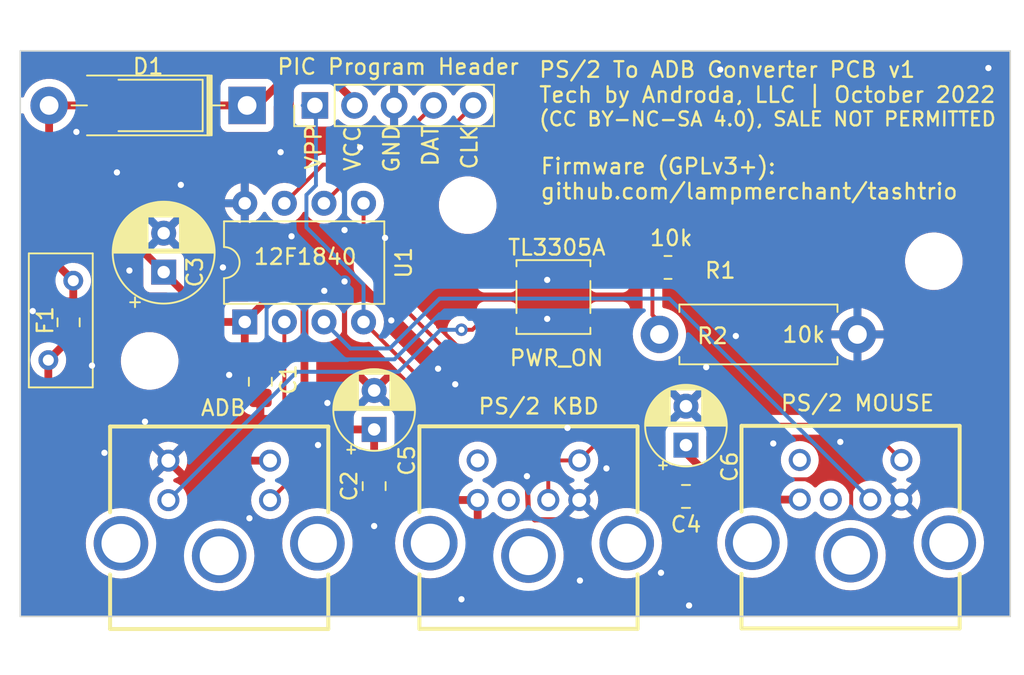
<source format=kicad_pcb>
(kicad_pcb (version 20220914) (generator pcbnew)
  (layers (0 "F.Cu" signal) (31 "B.Cu" signal) (34 "B.Paste" user) (35 "F.Paste" user) (36 "B.SilkS" user "B.Silkscreen") (37 "F.SilkS" user "F.Silkscreen") (38 "B.Mask" user) (39 "F.Mask" user) (44 "Edge.Cuts" user))
  (net 0 "")
  (net 1 "+5VA")
  (net 2 "GND")
  (net 3 "Net-(D1-A)")
  (net 4 "+5V")
  (net 5 "ICSPDAT")
  (net 6 "ICSPCLK")
  (net 7 "PS{slash}2_KBD")
  (net 9 "PS{slash}2_CLK")
  (net 11 "PS{slash}2_Mouse")
  (net 14 "ADB")
  (net 15 "Net-(J4-Pad1)")
  (net 18 "Net-(SW1-K)")
  (footprint "Resistor_THT:R_Axial_DIN0411_L9.9mm_D3.6mm_P12.70mm_Horizontal" (layer "F.Cu") (at 178.5 102)
    (fp_text reference "R2" (at 3.4 0.1) (layer "F.SilkS"))
    (fp_text value "10k")
    (pad "1" thru_hole circle (at 0 0) (size 2.4 2.4) (drill 1.2) (layers *.Cu *.Mask) (net 18 "Net-(SW1-K)"))
    (pad "2" thru_hole oval (at 12.7 0) (size 2.4 2.4) (drill 1.2) (layers *.Cu *.Mask) (net 2 "GND"))
  )
  (footprint "Capacitor_THT:CP_Radial_D6.3mm_P2.50mm" (layer "F.Cu") (at 146.7 98 90)
    (fp_text reference "C3" (at 0 2 90) (layer "F.SilkS"))
    (fp_text value "4.7uF")
    (pad "1" thru_hole rect (at 0 0 90) (size 1.6 1.6) (drill 0.8) (layers *.Cu *.Mask) (net 1 "+5VA"))
    (pad "2" thru_hole circle (at 2.5 0 90) (size 1.6 1.6) (drill 0.8) (layers *.Cu *.Mask) (net 2 "GND"))
  )
  (footprint "MountingHole:MountingHole_3.2mm_M3" (layer "F.Cu") (at 196.1 97.3)
    (fp_text reference "H2" hide)
    (fp_text value "MountingHole")
    (pad "" np_thru_hole circle (at 0 0) (size 3.2 3.2) (drill 3.2) (layers *.Cu *.Mask))
  )
  (footprint "Library:ADB_MDR4_MINI-DIN" (layer "F.Cu") (at 150.26 114.41)
    (fp_text reference "J4" hide)
    (fp_text value "DIN-4")
    (pad "1" thru_hole circle (at -3.26 -1.77) (size 1.41 1.41) (drill 0.9) (layers *.Cu *.Mask) (net 15 "Net-(J4-Pad1)"))
    (pad "2" thru_hole circle (at 3.26 -1.77) (size 1.41 1.41) (drill 0.9) (layers *.Cu *.Mask) (net 14 "ADB"))
    (pad "3" thru_hole circle (at -3.26 -4.31) (size 1.41 1.41) (drill 0.9) (layers *.Cu *.Mask) (net 2 "GND"))
    (pad "4" thru_hole circle (at 3.26 -4.31) (size 1.41 1.41) (drill 0.9) (layers *.Cu *.Mask) (net 4 "+5V"))
    (pad "9" thru_hole circle (at -6.3 1) (size 3.5 3.5) (drill 2.5) (layers *.Cu *.Mask))
    (pad "9" thru_hole circle (at 0 1.8) (size 3.5 3.5) (drill 2.5) (layers *.Cu *.Mask))
    (pad "9" thru_hole circle (at 6.3 1) (size 3.5 3.5) (drill 2.5) (layers *.Cu *.Mask))
  )
  (footprint "Fuse:Fuse_0805_2012Metric_Pad1.15x1.40mm_HandSolder" (layer "F.Cu") (at 140.6 101.225 -90)
    (fp_text reference "F1" (at -0.125 1.5 -270) (layer "F.SilkS"))
    (fp_text value "Fuse")
    (pad "1" smd roundrect (at -1.025 0 270) (size 1.15 1.4) (layers "F.Cu" "F.Paste" "F.Mask") (roundrect_rratio 0.2173913043) (net 3 "Net-(D1-A)"))
    (pad "2" smd roundrect (at 1.025 0 270) (size 1.15 1.4) (layers "F.Cu" "F.Paste" "F.Mask") (roundrect_rratio 0.2173913043) (net 4 "+5V"))
  )
  (footprint "Capacitor_THT:CP_Radial_D5.0mm_P2.50mm" (layer "F.Cu") (at 180.2 109.105113 90)
    (fp_text reference "C6" (at -1.394887 2.8 90) (layer "F.SilkS"))
    (fp_text value "4.7uF")
    (pad "1" thru_hole rect (at 0 0 90) (size 1.6 1.6) (drill 0.8) (layers *.Cu *.Mask) (net 1 "+5VA"))
    (pad "2" thru_hole circle (at 2.5 0 90) (size 1.6 1.6) (drill 0.8) (layers *.Cu *.Mask) (net 2 "GND"))
  )
  (footprint "Capacitor_SMD:C_0805_2012Metric_Pad1.18x1.45mm_HandSolder" (layer "F.Cu") (at 152.9 105.0375 -90)
    (fp_text reference "C1" (at -0.1375 -1.8 90) (layer "F.SilkS"))
    (fp_text value "100n")
    (pad "1" smd roundrect (at -1.0375 0 270) (size 1.175 1.45) (layers "F.Cu" "F.Paste" "F.Mask") (roundrect_rratio 0.2127659574) (net 1 "+5VA"))
    (pad "2" smd roundrect (at 1.0375 0 270) (size 1.175 1.45) (layers "F.Cu" "F.Paste" "F.Mask") (roundrect_rratio 0.2127659574) (net 2 "GND"))
  )
  (footprint "Library:PS2_MDR6_MINI-DIN" (layer "F.Cu") (at 190.76 114.37)
    (fp_text reference "J3" hide)
    (fp_text value "MOUSE")
    (pad "1" thru_hole circle (at 1.27 -1.77) (size 1.41 1.41) (drill 0.9) (layers *.Cu *.Mask) (net 11 "PS{slash}2_Mouse"))
    (pad "2" thru_hole circle (at -1.27 -1.77) (size 1.41 1.41) (drill 0.9) (layers *.Cu *.Mask))
    (pad "3" thru_hole circle (at 3.26 -1.77) (size 1.41 1.41) (drill 0.9) (layers *.Cu *.Mask) (net 2 "GND"))
    (pad "4" thru_hole circle (at -3.26 -1.77) (size 1.41 1.41) (drill 0.9) (layers *.Cu *.Mask) (net 1 "+5VA"))
    (pad "5" thru_hole circle (at 3.26 -4.31) (size 1.41 1.41) (drill 0.9) (layers *.Cu *.Mask) (net 9 "PS{slash}2_CLK"))
    (pad "6" thru_hole circle (at -3.26 -4.31) (size 1.41 1.41) (drill 0.9) (layers *.Cu *.Mask))
    (pad "9" thru_hole circle (at -6.3 1) (size 3.5 3.5) (drill 2.5) (layers *.Cu *.Mask))
    (pad "9" thru_hole circle (at 0 1.8) (size 3.5 3.5) (drill 2.5) (layers *.Cu *.Mask))
    (pad "9" thru_hole circle (at 6.3 1) (size 3.5 3.5) (drill 2.5) (layers *.Cu *.Mask))
  )
  (footprint "Library:SW_SPST_TL3305A" (layer "F.Cu") (at 171.7 99.6 180)
    (fp_text reference "SW1" hide)
    (fp_text value "SW_MEC_5E")
    (pad "1" smd rect (at 3.6 -1.5 180) (size 1.6 1.4) (layers "F.Cu" "F.Paste" "F.Mask") (net 15 "Net-(J4-Pad1)"))
    (pad "2" smd rect (at -3.6 -1.5 180) (size 1.6 1.4) (layers "F.Cu" "F.Paste" "F.Mask"))
    (pad "3" smd rect (at -3.6 1.5 180) (size 1.6 1.4) (layers "F.Cu" "F.Paste" "F.Mask") (net 18 "Net-(SW1-K)"))
    (pad "4" smd rect (at 3.6 1.5 180) (size 1.6 1.4) (layers "F.Cu" "F.Paste" "F.Mask"))
  )
  (footprint "Resistor_SMD:R_0805_2012Metric_Pad1.20x1.40mm_HandSolder" (layer "F.Cu") (at 179.05 97.7)
    (fp_text reference "R1" (at 3.35 0.2) (layer "F.SilkS"))
    (fp_text value "10k")
    (pad "1" smd roundrect (at -1 0) (size 1.2 1.4) (layers "F.Cu" "F.Paste" "F.Mask") (roundrect_rratio 0.2083333333) (net 18 "Net-(SW1-K)"))
    (pad "2" smd roundrect (at 1 0) (size 1.2 1.4) (layers "F.Cu" "F.Paste" "F.Mask") (roundrect_rratio 0.2083333333) (net 2 "GND"))
  )
  (footprint "Connector_PinHeader_2.54mm:PinHeader_1x05_P2.54mm_Vertical" (layer "F.Cu") (at 156.4 87.3 90)
    (fp_text reference "J5" hide)
    (fp_text value "Conn_01x05_Male")
    (pad "1" thru_hole rect (at 0 0 90) (size 1.7 1.7) (drill 1) (layers *.Cu *.Mask) (net 7 "PS{slash}2_KBD"))
    (pad "2" thru_hole oval (at 0 2.54 90) (size 1.7 1.7) (drill 1) (layers *.Cu *.Mask) (net 1 "+5VA"))
    (pad "3" thru_hole oval (at 0 5.08 90) (size 1.7 1.7) (drill 1) (layers *.Cu *.Mask) (net 2 "GND"))
    (pad "4" thru_hole oval (at 0 7.62 90) (size 1.7 1.7) (drill 1) (layers *.Cu *.Mask) (net 5 "ICSPDAT"))
    (pad "5" thru_hole oval (at 0 10.16 90) (size 1.7 1.7) (drill 1) (layers *.Cu *.Mask) (net 6 "ICSPCLK"))
  )
  (footprint "MountingHole:MountingHole_3.2mm_M3" (layer "F.Cu") (at 166.2 93.7)
    (fp_text reference "H3" hide)
    (fp_text value "MountingHole")
    (pad "" np_thru_hole circle (at 0 0) (size 3.2 3.2) (drill 3.2) (layers *.Cu *.Mask))
  )
  (footprint "Capacitor_THT:CP_Radial_D5.0mm_P2.50mm" (layer "F.Cu") (at 160.2 108.1 90)
    (fp_text reference "C5" (at -2 2.1 90) (layer "F.SilkS"))
    (fp_text value "4.7uF")
    (pad "1" thru_hole rect (at 0 0 90) (size 1.6 1.6) (drill 0.8) (layers *.Cu *.Mask) (net 1 "+5VA"))
    (pad "2" thru_hole circle (at 2.5 0 90) (size 1.6 1.6) (drill 0.8) (layers *.Cu *.Mask) (net 2 "GND"))
  )
  (footprint "Diode_THT:D_DO-15_P12.70mm_Horizontal" (layer "F.Cu") (at 152.05 87.3 180)
    (fp_text reference "D1" (at 6.35 2.5) (layer "F.SilkS"))
    (fp_text value "D")
    (pad "1" thru_hole rect (at 0 0 180) (size 2.4 2.4) (drill 1.2) (layers *.Cu *.Mask) (net 1 "+5VA"))
    (pad "2" thru_hole oval (at 12.7 0 180) (size 2.4 2.4) (drill 1.2) (layers *.Cu *.Mask) (net 3 "Net-(D1-A)"))
  )
  (footprint "Package_DIP:DIP-8_W7.62mm" (layer "F.Cu") (at 151.9 101.2 90)
    (fp_text reference "U1" (at 3.8 10.2 90) (layer "F.SilkS"))
    (fp_text value "PIC12F1840-IP")
    (pad "1" thru_hole rect (at 0 0 90) (size 1.6 1.6) (drill 0.8) (layers *.Cu *.Mask) (net 1 "+5VA"))
    (pad "2" thru_hole oval (at 0 2.54 90) (size 1.6 1.6) (drill 0.8) (layers *.Cu *.Mask) (net 14 "ADB"))
    (pad "3" thru_hole oval (at 0 5.08 90) (size 1.6 1.6) (drill 0.8) (layers *.Cu *.Mask) (net 11 "PS{slash}2_Mouse"))
    (pad "4" thru_hole oval (at 0 7.62 90) (size 1.6 1.6) (drill 0.8) (layers *.Cu *.Mask) (net 7 "PS{slash}2_KBD"))
    (pad "5" thru_hole oval (at 7.62 7.62 90) (size 1.6 1.6) (drill 0.8) (layers *.Cu *.Mask) (net 9 "PS{slash}2_CLK"))
    (pad "6" thru_hole oval (at 7.62 5.08 90) (size 1.6 1.6) (drill 0.8) (layers *.Cu *.Mask) (net 6 "ICSPCLK"))
    (pad "7" thru_hole oval (at 7.62 2.54 90) (size 1.6 1.6) (drill 0.8) (layers *.Cu *.Mask) (net 5 "ICSPDAT"))
    (pad "8" thru_hole oval (at 7.62 0 90) (size 1.6 1.6) (drill 0.8) (layers *.Cu *.Mask) (net 2 "GND"))
  )
  (footprint "MountingHole:MountingHole_3.2mm_M3" (layer "F.Cu") (at 145.8 103.7)
    (fp_text reference "H1" hide)
    (fp_text value "MountingHole")
    (pad "" np_thru_hole circle (at 0 0) (size 3.2 3.2) (drill 3.2) (layers *.Cu *.Mask))
  )
  (footprint "Library:PS2_MDR6_MINI-DIN" (layer "F.Cu") (at 170.1 114.4)
    (fp_text reference "J2" hide)
    (fp_text value "KBD")
    (pad "1" thru_hole circle (at 1.27 -1.77) (size 1.41 1.41) (drill 0.9) (layers *.Cu *.Mask) (net 7 "PS{slash}2_KBD"))
    (pad "2" thru_hole circle (at -1.27 -1.77) (size 1.41 1.41) (drill 0.9) (layers *.Cu *.Mask))
    (pad "3" thru_hole circle (at 3.26 -1.77) (size 1.41 1.41) (drill 0.9) (layers *.Cu *.Mask) (net 2 "GND"))
    (pad "4" thru_hole circle (at -3.26 -1.77) (size 1.41 1.41) (drill 0.9) (layers *.Cu *.Mask) (net 1 "+5VA"))
    (pad "5" thru_hole circle (at 3.26 -4.31) (size 1.41 1.41) (drill 0.9) (layers *.Cu *.Mask) (net 9 "PS{slash}2_CLK"))
    (pad "6" thru_hole circle (at -3.26 -4.31) (size 1.41 1.41) (drill 0.9) (layers *.Cu *.Mask))
    (pad "9" thru_hole circle (at -6.3 1) (size 3.5 3.5) (drill 2.5) (layers *.Cu *.Mask))
    (pad "9" thru_hole circle (at 0 1.8) (size 3.5 3.5) (drill 2.5) (layers *.Cu *.Mask))
    (pad "9" thru_hole circle (at 6.3 1) (size 3.5 3.5) (drill 2.5) (layers *.Cu *.Mask))
  )
  (footprint "Fuse:Fuse_BelFuse_0ZRE0005FF_L8.3mm_W3.8mm" (layer "F.Cu") (at 139.3 103.65 90)
    (fp_text reference "F2" hide)
    (fp_text value "Fuse")
    (pad "1" thru_hole circle (at 0 0 90) (size 1.27 1.27) (drill 0.71) (layers *.Cu *.Mask) (net 4 "+5V"))
    (pad "2" thru_hole circle (at 5.1 1.6 90) (size 1.27 1.27) (drill 0.71) (layers *.Cu *.Mask) (net 3 "Net-(D1-A)"))
  )
  (footprint "Diode_SMD:D_SMA" (layer "F.Cu") (at 145.8 87.3 180)
    (fp_text reference "D2" hide)
    (fp_text value "D")
    (pad "1" smd rect (at -2 0 180) (size 2.5 1.8) (layers "F.Cu" "F.Paste" "F.Mask") (net 1 "+5VA"))
    (pad "2" smd rect (at 2 0 180) (size 2.5 1.8) (layers "F.Cu" "F.Paste" "F.Mask") (net 3 "Net-(D1-A)"))
  )
  (footprint "Capacitor_SMD:C_0805_2012Metric_Pad1.18x1.45mm_HandSolder" (layer "F.Cu") (at 160.2 111.7375 -90)
    (fp_text reference "C2" (at 0 1.6 90) (layer "F.SilkS"))
    (fp_text value "100n")
    (pad "1" smd roundrect (at -1.0375 0 270) (size 1.175 1.45) (layers "F.Cu" "F.Paste" "F.Mask") (roundrect_rratio 0.2127659574) (net 1 "+5VA"))
    (pad "2" smd roundrect (at 1.0375 0 270) (size 1.175 1.45) (layers "F.Cu" "F.Paste" "F.Mask") (roundrect_rratio 0.2127659574) (net 2 "GND"))
  )
  (footprint "Capacitor_SMD:C_0805_2012Metric_Pad1.18x1.45mm_HandSolder" (layer "F.Cu") (at 180.2 112.4 180)
    (fp_text reference "C4" (at 0 -1.8) (layer "F.SilkS"))
    (fp_text value "100n")
    (pad "1" smd roundrect (at -1.0375 0 180) (size 1.175 1.45) (layers "F.Cu" "F.Paste" "F.Mask") (roundrect_rratio 0.2127659574) (net 1 "+5VA"))
    (pad "2" smd roundrect (at 1.0375 0 180) (size 1.175 1.45) (layers "F.Cu" "F.Paste" "F.Mask") (roundrect_rratio 0.2127659574) (net 2 "GND"))
  )
  (gr_line (start 201 120.1) (end 201 83.8) (stroke (width 0.1)) (layer "Edge.Cuts"))
  (gr_line (start 137.5 83.8) (end 201 83.8) (stroke (width 0.1)) (layer "Edge.Cuts"))
  (gr_line (start 201 120.1) (end 137.5 120.1) (stroke (width 0.1)) (layer "Edge.Cuts"))
  (gr_line (start 137.5 120.1) (end 137.5 83.8) (stroke (width 0.1)) (layer "Edge.Cuts"))
  (gr_text "PS/2 KBD" (at 166.8 107.2) (layer "F.SilkS") (effects (font (size 1 1)) (justify left bottom)))
  (gr_text "(CC BY-NC-SA 4.0), SALE NOT PERMITTED" (at 170.7 88.7) (layer "F.SilkS") (effects (font (size 0.9 0.9)) (justify left bottom)))
  (gr_text "CLK" (at 166.9 91.5 90) (layer "F.SilkS") (effects (font (size 1 1)) (justify left bottom)))
  (gr_text "GND" (at 161.9 91.7 90) (layer "F.SilkS") (effects (font (size 1 1)) (justify left bottom)))
  (gr_text "Firmware (GPLv3+):\ngithub.com/lampmerchant/tashtrio" (at 170.8 93.4) (layer "F.SilkS") (effects (font (size 1 1)) (justify left bottom)))
  (gr_text "PWR_ON" (at 168.8 104.1) (layer "F.SilkS") (effects (font (size 1 1)) (justify left bottom)))
  (gr_text "ADB" (at 149 107.3) (layer "F.SilkS") (effects (font (size 1 1)) (justify left bottom)))
  (gr_text "TL3305A" (at 168.7 97) (layer "F.SilkS") (effects (font (size 1 1)) (justify left bottom)))
  (gr_text "10k" (at 186.3 102.6) (layer "F.SilkS") (effects (font (size 1 1)) (justify left bottom)))
  (gr_text "10k" (at 177.8 96.4) (layer "F.SilkS") (effects (font (size 1 1)) (justify left bottom)))
  (gr_text "PS/2 MOUSE" (at 186.2 107) (layer "F.SilkS") (effects (font (size 1 1)) (justify left bottom)))
  (gr_text "PIC Program Header" (at 153.9 85.4) (layer "F.SilkS") (effects (font (size 1 1)) (justify left bottom)))
  (gr_text "PS/2 To ADB Converter PCB v1\nTech by Androda, LLC | October 2022\n" (at 170.7 87.2) (layer "F.SilkS") (effects (font (size 1 1)) (justify left bottom)))
  (gr_text "12F1840" (at 152.4 97.6) (layer "F.SilkS") (effects (font (size 1 1)) (justify left bottom)))
  (gr_text "VPP" (at 156.9 91.5 90) (layer "F.SilkS") (effects (font (size 1 1)) (justify left bottom)))
  (gr_text "VCC" (at 159.4 91.6 90) (layer "F.SilkS") (effects (font (size 1 1)) (justify left bottom)))
  (gr_text "DAT" (at 164.4 91.3 90) (layer "F.SilkS") (effects (font (size 1 1)) (justify left bottom)))
  (segment (start 144.9 96.2) (end 146.7 98) (width 0.5) (layer "F.Cu") (net 1))
  (segment (start 154.9 99.4) (end 153.7 99.4) (width 0.5) (layer "F.Cu") (net 1))
  (segment (start 166.84 117.94) (end 166.84 117.06) (width 0.5) (layer "F.Cu") (net 1))
  (segment (start 152.05 87.3) (end 152.05 87.05) (width 0.5) (layer "F.Cu") (net 1))
  (segment (start 151.9 101.2) (end 151.9 103) (width 0.5) (layer "F.Cu") (net 1))
  (segment (start 160.2 110.7) (end 160.2 108.1) (width 0.5) (layer "F.Cu") (net 1))
  (segment (start 152.05 87.3) (end 152.7 87.3) (width 0.5) (layer "F.Cu") (net 1))
  (segment (start 151.9 101.2) (end 149.9 101.2) (width 0.5) (layer "F.Cu") (net 1))
  (segment (start 181.16 112.2075) (end 181.16 113.24) (width 0.5) (layer "F.Cu") (net 1))
  (segment (start 157.3 85.4) (end 158.94 87.04) (width 0.5) (layer "F.Cu") (net 1))
  (segment (start 166.84 117.06) (end 166.84 117.84) (width 0.5) (layer "F.Cu") (net 1))
  (segment (start 158.94 87.04) (end 158.94 87.3) (width 0.5) (layer "F.Cu") (net 1))
  (segment (start 151.9 103) (end 152.9 104) (width 0.5) (layer "F.Cu") (net 1))
  (segment (start 168.25 119.35) (end 166.84 117.94) (width 0.5) (layer "F.Cu") (net 1))
  (segment (start 178.45 119.35) (end 168.25 119.35) (width 0.5) (layer "F.Cu") (net 1))
  (segment (start 155.73 100.23) (end 154.9 99.4) (width 0.5) (layer "F.Cu") (net 1))
  (segment (start 166.84 112.63) (end 166.84 117.06) (width 0.5) (layer "F.Cu") (net 1))
  (segment (start 144.9 90.2) (end 144.9 96.2) (width 0.5) (layer "F.Cu") (net 1))
  (segment (start 187.5 112.6) (end 181.5525 112.6) (width 0.5) (layer "F.Cu") (net 1))
  (segment (start 181.16 113.24) (end 181.16 110.56) (width 0.5) (layer "F.Cu") (net 1))
  (segment (start 181.16 110.56) (end 180.2 109.6) (width 0.5) (layer "F.Cu") (net 1))
  (segment (start 147.8 87.3) (end 152.05 87.3) (width 0.5) (layer "F.Cu") (net 1))
  (segment (start 181.16 116.64) (end 178.45 119.35) (width 0.5) (layer "F.Cu") (net 1))
  (segment (start 181.16 113.24) (end 181.16 116.64) (width 0.5) (layer "F.Cu") (net 1))
  (segment (start 162.13 112.63) (end 160.2 110.7) (width 0.5) (layer "F.Cu") (net 1))
  (segment (start 181.5525 112.6) (end 181.16 112.2075) (width 0.5) (layer "F.Cu") (net 1))
  (segment (start 160.4 108.3) (end 160.2 108.1) (width 0.5) (layer "F.Cu") (net 1))
  (segment (start 155.73 106.43) (end 155.73 100.23) (width 0.5) (layer "F.Cu") (net 1))
  (segment (start 149.9 101.2) (end 146.7 98) (width 0.5) (layer "F.Cu") (net 1))
  (segment (start 154.6 85.4) (end 157.3 85.4) (width 0.5) (layer "F.Cu") (net 1))
  (segment (start 157.4 108.1) (end 155.73 106.43) (width 0.5) (layer "F.Cu") (net 1))
  (segment (start 147.8 87.3) (end 144.9 90.2) (width 0.5) (layer "F.Cu") (net 1))
  (segment (start 166.84 112.63) (end 162.13 112.63) (width 0.5) (layer "F.Cu") (net 1))
  (segment (start 153.7 99.4) (end 151.9 101.2) (width 0.5) (layer "F.Cu") (net 1))
  (segment (start 180.2 109.6) (end 180.2 109.105113) (width 0.5) (layer "F.Cu") (net 1))
  (segment (start 152.7 87.3) (end 154.6 85.4) (width 0.5) (layer "F.Cu") (net 1))
  (segment (start 160.2 108.1) (end 157.4 108.1) (width 0.5) (layer "F.Cu") (net 1))
  (segment (start 170.9 113.9) (end 170.5 113.9) (width 0.33) (layer "F.Cu") (net 2))
  (segment (start 155.8 95) (end 155.7 94.9) (width 0.33) (layer "F.Cu") (net 2))
  (segment (start 164.3 101.5) (end 164.3 101) (width 0.25) (layer "F.Cu") (net 2))
  (segment (start 164.6 101.8) (end 164.3 101.5) (width 0.25) (layer "F.Cu") (net 2))
  (segment (start 170.1 113.5) (end 170 111.1) (width 0.33) (layer "F.Cu") (net 2))
  (segment (start 170 102.8) (end 169.9 102.9) (width 0.25) (layer "F.Cu") (net 2))
  (segment (start 165.7 102.9) (end 164.6 101.8) (width 0.25) (layer "F.Cu") (net 2))
  (segment (start 166 102.9) (end 165.7 102.9) (width 0.25) (layer "F.Cu") (net 2))
  (segment (start 190.1 109.9) (end 188.7 111.3) (width 0.25) (layer "F.Cu") (net 2))
  (segment (start 172.1 113.9) (end 170.9 113.9) (width 0.33) (layer "F.Cu") (net 2))
  (segment (start 190.1 108.9) (end 190.1 111) (width 0.25) (layer "F.Cu") (net 2))
  (segment (start 190.1 111) (end 190.8 111.7) (width 0.25) (layer "F.Cu") (net 2))
  (segment (start 171.3 101.5) (end 170 102.8) (width 0.25) (layer "F.Cu") (net 2))
  (segment (start 158.3 95.3) (end 156.1 95.3) (width 0.33) (layer "F.Cu") (net 2))
  (segment (start 169.9 102.9) (end 166 102.9) (width 0.25) (layer "F.Cu") (net 2))
  (segment (start 158.3 102.7) (end 158.2 102.8) (width 0.33) (layer "F.Cu") (net 2))
  (segment (start 172.1 113.89) (end 172.1 113.9) (width 0.33) (layer "F.Cu") (net 2))
  (segment (start 158.3 98.6) (end 158.3 102.7) (width 0.33) (layer "F.Cu") (net 2))
  (segment (start 170.5 113.9) (end 170.1 113.5) (width 0.33) (layer "F.Cu") (net 2))
  (segment (start 190.8 113.5) (end 190.7 113.6) (width 0.25) (layer "F.Cu") (net 2))
  (segment (start 173.36 112.63) (end 172.1 113.89) (width 0.33) (layer "F.Cu") (net 2))
  (segment (start 156.1 95.3) (end 155.8 95) (width 0.33) (layer "F.Cu") (net 2))
  (segment (start 179.6 98.15) (end 180.05 97.7) (width 0.25) (layer "F.Cu") (net 2))
  (segment (start 190.8 111.7) (end 190.8 113.5) (width 0.25) (layer "F.Cu") (net 2))
  (segment (start 188.7 111.3) (end 186.6 111.3) (width 0.25) (layer "F.Cu") (net 2))
  (segment (start 190.1 108.9) (end 190.1 109.9) (width 0.25) (layer "F.Cu") (net 2))
  (segment (start 171.3 101) (end 171.3 101.5) (width 0.25) (layer "F.Cu") (net 2))
  (segment (start 170 111.1) (end 170.1 111.6) (width 0.33) (layer "F.Cu") (net 2))
  (via (at 160.9 95.8) (size 0.8) (drill 0.4) (layers "F.Cu" "B.Cu") (net 2))
  (via (at 145.5 107.6) (size 0.8) (drill 0.4) (layers "F.Cu" "B.Cu") (net 2))
  (via (at 143.7 91.6) (size 0.8) (drill 0.4) (layers "F.Cu" "B.Cu") (net 2))
  (via (at 152.2 113.8) (size 0.8) (drill 0.4) (layers "F.Cu" "B.Cu") (net 2))
  (via (at 138.3 100.5) (size 0.8) (drill 0.4) (layers "F.Cu" "B.Cu") (net 2))
  (via (at 190.1 108.9) (size 0.8) (drill 0.4) (layers "F.Cu" "B.Cu") (net 2))
  (via (at 161.3 101.1) (size 0.8) (drill 0.4) (layers "F.Cu" "B.Cu") (net 2))
  (via (at 150.9 104.6) (size 0.8) (drill 0.4) (layers "F.Cu" "B.Cu") (net 2))
  (via (at 154.2 90.3) (size 0.8) (drill 0.4) (layers "F.Cu" "B.Cu") (net 2))
  (via (at 147.8 92.4) (size 0.8) (drill 0.4) (layers "F.Cu" "B.Cu") (net 2))
  (via (at 156.6 109.1) (size 0.8) (drill 0.4) (layers "F.Cu" "B.Cu") (net 2))
  (via (at 160.2 114.3) (size 0.8) (drill 0.4) (layers "F.Cu" "B.Cu") (net 2))
  (via (at 144.5 97.9) (size 0.8) (drill 0.4) (layers "F.Cu" "B.Cu") (net 2))
  (via (at 172.6 108) (size 0.8) (drill 0.4) (layers "F.Cu" "B.Cu") (net 2))
  (via (at 183.4 102.1) (size 0.8) (drill 0.4) (layers "F.Cu" "B.Cu") (net 2))
  (via (at 141.1 89) (size 0.8) (drill 0.4) (layers "F.Cu" "B.Cu") (net 2))
  (via (at 158.3 98.6) (size 0.8) (drill 0.4) (layers "F.Cu" "B.Cu") (net 2))
  (via (at 159.3 90) (size 0.8) (drill 0.4) (layers "F.Cu" "B.Cu") (net 2))
  (via (at 170 111.1) (size 0.8) (drill 0.4) (layers "F.Cu" "B.Cu") (net 2))
  (via (at 185.8 109) (size 0.8) (drill 0.4) (layers "F.Cu" "B.Cu") (net 2))
  (via (at 181.5 104.1) (size 0.8) (drill 0.4) (layers "F.Cu" "B.Cu") (net 2))
  (via (at 199.6 84.9) (size 0.8) (drill 0.4) (layers "F.Cu" "B.Cu") (net 2))
  (via (at 182.4 85) (size 0.8) (drill 0.4) (layers "F.Cu" "B.Cu") (net 2))
  (via (at 171.3 101) (size 0.8) (drill 0.4) (layers "F.Cu" "B.Cu") (net 2))
  (via (at 142.9 109.6) (size 0.8) (drill 0.4) (layers "F.Cu" "B.Cu") (net 2))
  (via (at 180.4 119.4) (size 0.8) (drill 0.4) (layers "F.Cu" "B.Cu") (net 2))
  (via (at 175.1 110.6) (size 0.8) (drill 0.4) (layers "F.Cu" "B.Cu") (net 2))
  (via (at 158.3 95.3) (size 0.8) (drill 0.4) (layers "F.Cu" "B.Cu") (net 2))
  (via (at 165.4 105.2) (size 0.8) (drill 0.4) (layers "F.Cu" "B.Cu") (net 2))
  (via (at 142.1 104) (size 0.8) (drill 0.4) (layers "F.Cu" "B.Cu") (net 2))
  (via (at 157 99.2) (size 0.8) (drill 0.4) (layers "F.Cu" "B.Cu") (net 2))
  (via (at 150.5 97.7) (size 0.8) (drill 0.4) (layers "F.Cu" "B.Cu") (net 2))
  (via (at 164.3 104.2) (size 0.8) (drill 0.4) (layers "F.Cu" "B.Cu") (net 2))
  (via (at 154.9 95.7) (size 0.8) (drill 0.4) (layers "F.Cu" "B.Cu") (net 2))
  (via (at 171.3 98.5) (size 0.8) (drill 0.4) (layers "F.Cu" "B.Cu") (net 2))
  (via (at 178.6 117.3) (size 0.8) (drill 0.4) (layers "F.Cu" "B.Cu") (net 2))
  (via (at 173.4 117.8) (size 0.8) (drill 0.4) (layers "F.Cu" "B.Cu") (net 2))
  (via (at 165.8 119) (size 0.8) (drill 0.4) (layers "F.Cu" "B.Cu") (net 2))
  (via (at 157.2 106.4) (size 0.8) (drill 0.4) (layers "F.Cu" "B.Cu") (net 2))
  (segment (start 156.4 99.2) (end 155.7 99.9) (width 0.25) (layer "B.Cu") (net 2))
  (segment (start 166.3 101) (end 166 100.7) (width 0.25) (layer "B.Cu") (net 2))
  (segment (start 163.6 101.5) (end 161.5 103.6) (width 0.25) (layer "B.Cu") (net 2))
  (segment (start 153.3 99.9) (end 153.3 102.3) (width 0.25) (layer "B.Cu") (net 2))
  (segment (start 164.4 100.7) (end 163.6 101.5) (width 0.25) (layer "B.Cu") (net 2))
  (segment (start 157 99.2) (end 154 99.2) (width 0.25) (layer "B.Cu") (net 2))
  (segment (start 157 99.2) (end 156.4 99.2) (width 0.25) (layer "B.Cu") (net 2))
  (segment (start 166 100.7) (end 164.4 100.7) (width 0.25) (layer "B.Cu") (net 2))
  (segment (start 158.3 95.3) (end 158.3 92.5) (width 0.33) (layer "B.Cu") (net 2))
  (segment (start 171.3 101) (end 166.3 101) (width 0.25) (layer "B.Cu") (net 2))
  (segment (start 154 99.2) (end 153.5 99.7) (width 0.25) (layer "B.Cu") (net 2))
  (segment (start 161.5 103.6) (end 158.2 103.6) (width 0.25) (layer "B.Cu") (net 2))
  (segment (start 155.7 99.9) (end 155.7 101.9) (width 0.25) (layer "B.Cu") (net 2))
  (segment (start 153.5 99.7) (end 153.3 99.9) (width 0.25) (layer "B.Cu") (net 2))
  (segment (start 158.3 92.5) (end 158.2 92.4) (width 0.33) (layer "B.Cu") (net 2))
  (segment (start 139.35 87.3) (end 139.35 97) (width 0.5) (layer "F.Cu") (net 3))
  (segment (start 140.9 98.55) (end 140.9 99.9) (width 0.5) (layer "F.Cu") (net 3))
  (segment (start 139.35 97) (end 140.9 98.55) (width 0.5) (layer "F.Cu") (net 3))
  (segment (start 143.8 87.3) (end 139.35 87.3) (width 0.5) (layer "F.Cu") (net 3))
  (segment (start 140.9 99.9) (end 140.6 100.2) (width 0.5) (layer "F.Cu") (net 3))
  (segment (start 140.6 102.35) (end 139.3 103.65) (width 0.5) (layer "F.Cu") (net 4))
  (segment (start 139.3 118) (end 140.1 118.8) (width 0.5) (layer "F.Cu") (net 4))
  (segment (start 140.6 102.25) (end 140.6 102.35) (width 0.5) (layer "F.Cu") (net 4))
  (segment (start 147.1 117.3) (end 147.1 115.2) (width 0.5) (layer "F.Cu") (net 4))
  (segment (start 139.3 103.65) (end 139.3 118) (width 0.5) (layer "F.Cu") (net 4))
  (segment (start 140.1 118.8) (end 145.6 118.8) (width 0.5) (layer "F.Cu") (net 4))
  (segment (start 145.6 118.8) (end 147.1 117.3) (width 0.5) (layer "F.Cu") (net 4))
  (segment (start 147.1 115.2) (end 152.2 110.1) (width 0.5) (layer "F.Cu") (net 4))
  (segment (start 152.2 110.1) (end 153.52 110.1) (width 0.5) (layer "F.Cu") (net 4))
  (segment (start 156.92 91.1) (end 160.22 91.1) (width 0.25) (layer "F.Cu") (net 5))
  (segment (start 160.22 91.1) (end 164.02 87.3) (width 0.25) (layer "F.Cu") (net 5))
  (segment (start 154.44 93.58) (end 156.92 91.1) (width 0.25) (layer "F.Cu") (net 5))
  (segment (start 161.86 92) (end 166.56 87.3) (width 0.25) (layer "F.Cu") (net 6))
  (segment (start 158.56 92) (end 161.86 92) (width 0.25) (layer "F.Cu") (net 6))
  (segment (start 156.98 93.58) (end 158.56 92) (width 0.25) (layer "F.Cu") (net 6))
  (segment (start 171.37 110.57) (end 171.37 112.63) (width 0.25) (layer "F.Cu") (net 7))
  (segment (start 167.6 106.8) (end 171.37 110.57) (width 0.25) (layer "F.Cu") (net 7))
  (segment (start 165.12 106.8) (end 167.6 106.8) (width 0.25) (layer "F.Cu") (net 7))
  (segment (start 159.52 101.2) (end 165.12 106.8) (width 0.25) (layer "F.Cu") (net 7))
  (segment (start 156.465 88.15) (end 156.465 92.435) (width 0.25) (layer "B.Cu") (net 7))
  (segment (start 155.855 93.045) (end 155.855 95.129695) (width 0.25) (layer "B.Cu") (net 7))
  (segment (start 155.615 87.3) (end 156.465 88.15) (width 0.25) (layer "B.Cu") (net 7))
  (segment (start 155.855 95.129695) (end 159.52 98.794695) (width 0.25) (layer "B.Cu") (net 7))
  (segment (start 156.465 92.435) (end 155.855 93.045) (width 0.25) (layer "B.Cu") (net 7))
  (segment (start 159.52 98.794695) (end 159.52 101.2) (width 0.25) (layer "B.Cu") (net 7))
  (segment (start 191.76 107.8) (end 175.65 107.8) (width 0.25) (layer "F.Cu") (net 9))
  (segment (start 171.89 110.09) (end 173.36 110.09) (width 0.25) (layer "F.Cu") (net 9))
  (segment (start 175.65 107.8) (end 173.36 110.09) (width 0.25) (layer "F.Cu") (net 9))
  (segment (start 194.02 110.06) (end 191.76 107.8) (width 0.25) (layer "F.Cu") (net 9))
  (segment (start 159.52 93.58) (end 159.52 97.72) (width 0.25) (layer "F.Cu") (net 9))
  (segment (start 159.52 97.72) (end 171.89 110.09) (width 0.25) (layer "F.Cu") (net 9))
  (segment (start 179.13 99.7) (end 164.4 99.7) (width 0.25) (layer "B.Cu") (net 11))
  (segment (start 192.03 112.6) (end 179.13 99.7) (width 0.25) (layer "B.Cu") (net 11))
  (segment (start 164.4 99.7) (end 161.2 102.9) (width 0.25) (layer "B.Cu") (net 11))
  (segment (start 161.2 102.9) (end 158.68 102.9) (width 0.25) (layer "B.Cu") (net 11))
  (segment (start 158.68 102.9) (end 156.98 101.2) (width 0.25) (layer "B.Cu") (net 11))
  (segment (start 155.6 110.56) (end 153.52 112.64) (width 0.25) (layer "F.Cu") (net 14))
  (segment (start 154.44 107.74) (end 155.6 108.9) (width 0.25) (layer "F.Cu") (net 14))
  (segment (start 154.44 101.2) (end 154.44 107.74) (width 0.25) (layer "F.Cu") (net 14))
  (segment (start 155.6 108.9) (end 155.6 110.56) (width 0.25) (layer "F.Cu") (net 14))
  (segment (start 166.5 101.7) (end 165.8 101.7) (width 0.25) (layer "F.Cu") (net 15))
  (segment (start 167.1 101.1) (end 167.6 101.1) (width 0.25) (layer "F.Cu") (net 15))
  (segment (start 166.5 101.7) (end 167.1 101.1) (width 0.25) (layer "F.Cu") (net 15))
  (via (at 165.8 101.7) (size 0.8) (drill 0.4) (layers "F.Cu" "B.Cu") (net 15))
  (segment (start 164.46 101.7) (end 165.8 101.7) (width 0.25) (layer "B.Cu") (net 15))
  (segment (start 155.24 104.4) (end 147 112.64) (width 0.25) (layer "B.Cu") (net 15))
  (segment (start 165.8 101.7) (end 166 101.7) (width 0.25) (layer "B.Cu") (net 15))
  (segment (start 161.76 104.4) (end 155.24 104.4) (width 0.25) (layer "B.Cu") (net 15))
  (segment (start 164.46 101.7) (end 161.76 104.4) (width 0.25) (layer "B.Cu") (net 15))
  (segment (start 178.3 97.95) (end 178.05 97.7) (width 0.25) (layer "F.Cu") (net 18))
  (segment (start 178.5 101.2) (end 178.5 102) (width 0.25) (layer "F.Cu") (net 18))
  (segment (start 178.05 97.7) (end 178.05 100.75) (width 0.25) (layer "F.Cu") (net 18))
  (segment (start 178.05 97.7) (end 177.65 98.1) (width 0.25) (layer "F.Cu") (net 18))
  (segment (start 178.05 100.75) (end 178.5 101.2) (width 0.25) (layer "F.Cu") (net 18))
  (segment (start 177.65 98.1) (end 175.3 98.1) (width 0.25) (layer "F.Cu") (net 18))
  (zone (net 2) (net_name "GND") (layers F&B.Cu) (connect_pads (clearance 0.508)) (min_thickness 0.254) (fill yes (thermal_gap 0.508) (thermal_bridge_width 0.508) (island_removal_mode 2) (island_area_min 10))
    (polygon (pts (xy 201.8 121) (xy 136.2 121.3) (xy 136.6 83) (xy 201.9 82.7)))
  )
)
</source>
